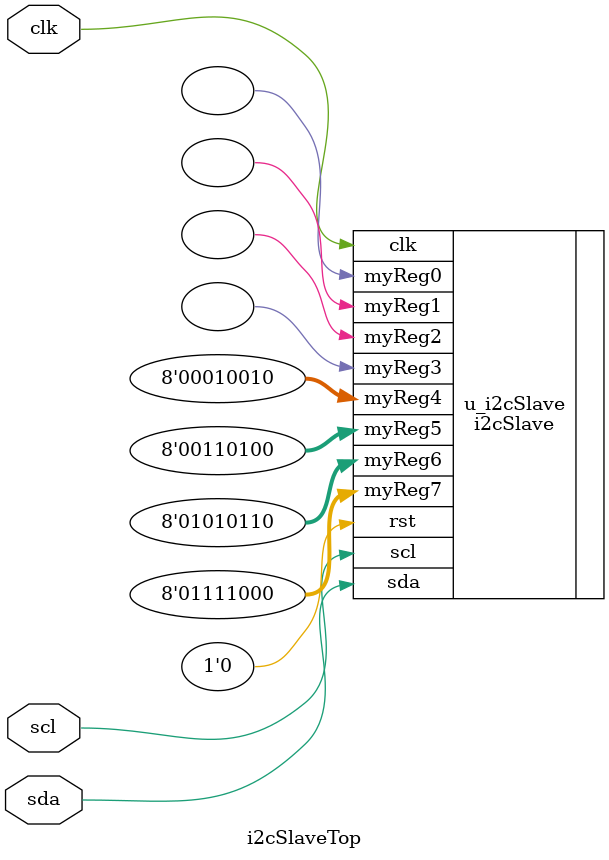
<source format=v>
`include "i2cSlave_define.v"


module i2cSlaveTop (
  input wire clk,  // 27 MHz oscillator on Tang Nano 9K, pin 52
  inout wire sda,  // To Raspberry Pi
  input wire scl   // To Raspberry Pi
);

i2cSlave u_i2cSlave (
  .clk(clk),
  .rst(1'b0),
  .sda(sda),
  .scl(scl),
  .myReg0(),
  .myReg1(),
  .myReg2(),
  .myReg3(),
  .myReg4(8'h12),
  .myReg5(8'h34),
  .myReg6(8'h56),
  .myReg7(8'h78)
);


endmodule


 

</source>
